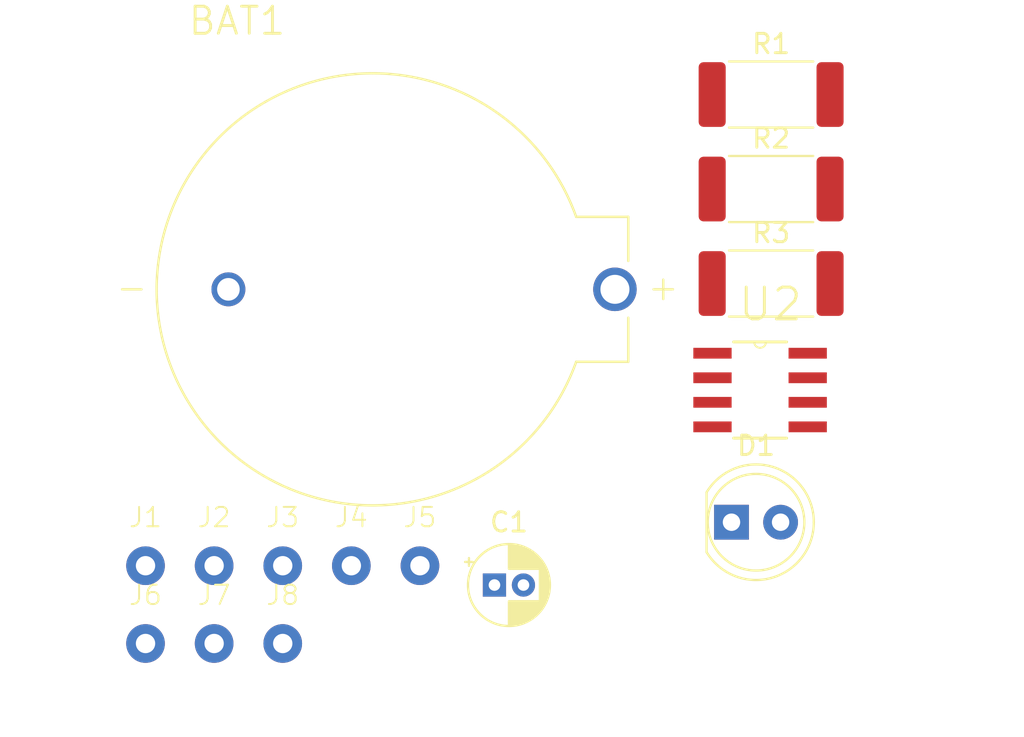
<source format=kicad_pcb>
(kicad_pcb (version 20240108) (generator "pcbnew") (generator_version "8.0")
  (layers (0 "F.Cu" signal) (31 "B.Cu" signal) (34 "B.Paste" user) (35 "F.Paste" user) (36 "B.SilkS" user "B.Silkscreen") (37 "F.SilkS" user "F.Silkscreen") (38 "B.Mask" user) (39 "F.Mask" user) (44 "Edge.Cuts" user))
  (net 0 "")
  (net 1 "VDD")
  (net 2 "GND")
  (net 3 "Net-(U2-DISCH)")
  (net 4 "Net-(D1-K)")
  (net 5 "Net-(D1-A)")
  (net 6 "Net-(U2-THRES)")
  (net 7 "Net-(J1-Pin_1)")
  (net 10 "Net-(J8-Pin_1)")
  (net 11 "Net-(J2-Pin_1)")
  (net 12 "Net-(J6-Pin_1)")
  (footprint "PiE_Footprints:MountingHole_1.0mm_M2_Pad" (layer "F.Cu") (at 144.64 124.275)
    (property "Reference" "J6" (at 0 -4 0) (layer "F.SilkS") (effects (font (thickness 0.1))))
    (property "Value" "Conn_01x01_Socket")
    (pad "1" thru_hole circle (at 0 -1.5) (size 2 2) (drill 1) (layers "*.Cu" "*.Mask") (net 12 "Net-(J6-Pin_1)"))
  )
  (footprint "Resistor_SMD:R_2512_6332Metric_Pad1.40x3.35mm_HandSolder" (layer "F.Cu") (at 177.01 104.15)
    (property "Reference" "R3" (at 0 -2.62 0) (layer "F.SilkS"))
    (property "Value" "47")
    (fp_line (start -2.177064 -1.71) (end 2.177064 -1.71) (stroke (width 0.12)) (layer "F.SilkS"))
    (fp_line (start -2.177064 1.71) (end 2.177064 1.71) (stroke (width 0.12)) (layer "F.SilkS"))
    (pad "1" smd roundrect (at -3.05 0) (size 1.4 3.35) (layers "F.Cu" "F.Paste" "F.Mask") (roundrect_rratio 0.178571) (net 1 "VDD"))
    (pad "2" smd roundrect (at 3.05 0) (size 1.4 3.35) (layers "F.Cu" "F.Paste" "F.Mask") (roundrect_rratio 0.178571) (net 7 "Net-(J1-Pin_1)"))
  )
  (footprint "PiE_Footprints:MountingHole_1.0mm_M2_Pad" (layer "F.Cu") (at 158.84 120.25)
    (property "Reference" "J5" (at 0 -4 0) (layer "F.SilkS") (effects (font (thickness 0.1))))
    (property "Value" "Conn_01x01_Socket")
    (pad "1" thru_hole circle (at 0 -1.5) (size 2 2) (drill 1) (layers "*.Cu" "*.Mask") (net 4 "Net-(D1-K)"))
  )
  (footprint "PiE_Footprints:MountingHole_1.0mm_M2_Pad" (layer "F.Cu") (at 148.19 124.275)
    (property "Reference" "J7" (at 0 -4 0) (layer "F.SilkS") (effects (font (thickness 0.1))))
    (property "Value" "Conn_01x01_Socket")
    (pad "1" thru_hole circle (at 0 -1.5) (size 2 2) (drill 1) (layers "*.Cu" "*.Mask") (net 12 "Net-(J6-Pin_1)"))
  )
  (footprint "LED_THT:LED_D5.0mm" (layer "F.Cu") (at 174.96 116.5)
    (property "Reference" "D1" (at 1.27 -3.96 0) (layer "F.SilkS"))
    (property "Value" "LED_GREEN")
    (fp_line (start -1.29 -1.545) (end -1.29 1.545) (stroke (width 0.12)) (layer "F.SilkS"))
    (fp_arc (start -1.29 -1.54483) (mid 2.072002 -2.880433) (end 4.26 0.000462) (stroke (width 0.12)) (layer "F.SilkS"))
    (fp_arc (start 4.26 -0.000462) (mid 2.072002 2.880433) (end -1.29 1.54483) (stroke (width 0.12)) (layer "F.SilkS"))
    (fp_circle (center 1.27 0) (end 3.77 0) (stroke (width 0.12)) (fill none) (layer "F.SilkS"))
    (pad "1" thru_hole rect (at 0 0) (size 1.8 1.8) (drill 0.9) (layers "*.Cu" "*.Mask") (net 4 "Net-(D1-K)"))
    (pad "2" thru_hole circle (at 2.54 0) (size 1.8 1.8) (drill 0.9) (layers "*.Cu" "*.Mask") (net 5 "Net-(D1-A)"))
  )
  (footprint "PiE_Footprints:MountingHole_1.0mm_M2_Pad" (layer "F.Cu") (at 155.29 120.25)
    (property "Reference" "J4" (at 0 -4 0) (layer "F.SilkS") (effects (font (thickness 0.1))))
    (property "Value" "Conn_01x01_Socket")
    (pad "1" thru_hole circle (at 0 -1.5) (size 2 2) (drill 1) (layers "*.Cu" "*.Mask") (net 5 "Net-(D1-A)"))
  )
  (footprint "PiE_Footprints:MountingHole_1.0mm_M2_Pad" (layer "F.Cu") (at 144.64 120.25)
    (property "Reference" "J1" (at 0 -4 0) (layer "F.SilkS") (effects (font (thickness 0.1))))
    (property "Value" "Conn_01x01_Socket")
    (pad "1" thru_hole circle (at 0 -1.5) (size 2 2) (drill 1) (layers "*.Cu" "*.Mask") (net 7 "Net-(J1-Pin_1)"))
  )
  (footprint "Resistor_SMD:R_2512_6332Metric_Pad1.40x3.35mm_HandSolder" (layer "F.Cu") (at 177.01 94.37)
    (property "Reference" "R1" (at 0 -2.62 0) (layer "F.SilkS"))
    (property "Value" "10k")
    (fp_line (start -2.177064 -1.71) (end 2.177064 -1.71) (stroke (width 0.12)) (layer "F.SilkS"))
    (fp_line (start -2.177064 1.71) (end 2.177064 1.71) (stroke (width 0.12)) (layer "F.SilkS"))
    (pad "1" smd roundrect (at -3.05 0) (size 1.4 3.35) (layers "F.Cu" "F.Paste" "F.Mask") (roundrect_rratio 0.178571) (net 1 "VDD"))
    (pad "2" smd roundrect (at 3.05 0) (size 1.4 3.35) (layers "F.Cu" "F.Paste" "F.Mask") (roundrect_rratio 0.178571) (net 3 "Net-(U2-DISCH)"))
  )
  (footprint "PiE_Footprints:BAT_BS-7" (layer "F.Cu") (at 158.9285 104.45)
    (property "Reference" "BAT1" (at -9.555 -13.889 0) (layer "F.SilkS") (effects (font (size 1.4 1.4))))
    (property "Value" "~")
    (fp_line (start -15.5 0) (end -14.5 0) (stroke (width 0.127)) (layer "F.SilkS"))
    (fp_line (start 10.69 -3.75) (end 7.995 -3.75) (stroke (width 0.127)) (layer "F.SilkS"))
    (fp_line (start 10.69 -3.75) (end 10.69 -1.47) (stroke (width 0.127)) (layer "F.SilkS"))
    (fp_line (start 10.69 3.75) (end 7.995 3.75) (stroke (width 0.127)) (layer "F.SilkS"))
    (fp_line (start 10.69 3.75) (end 10.69 1.47) (stroke (width 0.127)) (layer "F.SilkS"))
    (fp_line (start 12 0) (end 13 0) (stroke (width 0.127)) (layer "F.SilkS"))
    (fp_line (start 12.5 -0.5) (end 12.5 0.5) (stroke (width 0.127)) (layer "F.SilkS"))
    (fp_arc (start 7.995 3.75) (mid -13.712925 0) (end 7.995 -3.75) (stroke (width 0.127)) (layer "F.SilkS"))
    (pad "+" thru_hole circle (at 10 0) (size 2.25 2.25) (drill 1.5) (layers "*.Cu" "*.Mask") (net 1 "VDD"))
    (pad "-" thru_hole circle (at -10 0) (size 1.755 1.755) (drill 1.17) (layers "*.Cu" "*.Mask") (net 2 "GND"))
  )
  (footprint "PiE_Footprints:TLC555_SCHE" (layer "F.Cu") (at 176.4394 109.6604)
    (property "Reference" "U2" (at 0.53531 -4.43543 0) (layer "F.SilkS") (effects (font (size 1.645874 1.645874))))
    (property "Value" "~")
    (fp_line (start -1.3716 2.4892) (end 1.3716 2.4892) (stroke (width 0.1524)) (layer "F.SilkS"))
    (fp_line (start -0.3048 -2.4892) (end -1.3716 -2.4892) (stroke (width 0.1524)) (layer "F.SilkS"))
    (fp_line (start 0.3048 -2.4892) (end -0.3048 -2.4892) (stroke (width 0.1524)) (layer "F.SilkS"))
    (fp_line (start 1.3716 -2.4892) (end 0.3048 -2.4892) (stroke (width 0.1524)) (layer "F.SilkS"))
    (fp_arc (start 0.3048 -2.4892) (mid 0 -2.1844) (end -0.3048 -2.4892) (stroke (width 0.1)) (layer "F.SilkS"))
    (pad "1" smd rect (at -2.4638 -1.905) (size 1.9812 0.5588) (layers "F.Cu" "F.Paste" "F.Mask") (net 2 "GND"))
    (pad "2" smd rect (at -2.4638 -0.635) (size 1.9812 0.5588) (layers "F.Cu" "F.Paste" "F.Mask") (net 6 "Net-(U2-THRES)"))
    (pad "3" smd rect (at -2.4638 0.635) (size 1.9812 0.5588) (layers "F.Cu" "F.Paste" "F.Mask") (net 10 "Net-(J8-Pin_1)"))
    (pad "4" smd rect (at -2.4638 1.905) (size 1.9812 0.5588) (layers "F.Cu" "F.Paste" "F.Mask"))
    (pad "5" smd rect (at 2.4638 1.905) (size 1.9812 0.5588) (layers "F.Cu" "F.Paste" "F.Mask"))
    (pad "6" smd rect (at 2.4638 0.635) (size 1.9812 0.5588) (layers "F.Cu" "F.Paste" "F.Mask") (net 6 "Net-(U2-THRES)"))
    (pad "7" smd rect (at 2.4638 -0.635) (size 1.9812 0.5588) (layers "F.Cu" "F.Paste" "F.Mask") (net 3 "Net-(U2-DISCH)"))
    (pad "8" smd rect (at 2.4638 -1.905) (size 1.9812 0.5588) (layers "F.Cu" "F.Paste" "F.Mask") (net 1 "VDD"))
  )
  (footprint "PiE_Footprints:MountingHole_1.0mm_M2_Pad" (layer "F.Cu") (at 148.19 120.25)
    (property "Reference" "J2" (at 0 -4 0) (layer "F.SilkS") (effects (font (thickness 0.1))))
    (property "Value" "Conn_01x01_Socket")
    (pad "1" thru_hole circle (at 0 -1.5) (size 2 2) (drill 1) (layers "*.Cu" "*.Mask") (net 11 "Net-(J2-Pin_1)"))
  )
  (footprint "PiE_Footprints:MountingHole_1.0mm_M2_Pad" (layer "F.Cu") (at 151.74 124.275)
    (property "Reference" "J8" (at 0 -4 0) (layer "F.SilkS") (effects (font (thickness 0.1))))
    (property "Value" "Conn_01x01_Socket")
    (pad "1" thru_hole circle (at 0 -1.5) (size 2 2) (drill 1) (layers "*.Cu" "*.Mask") (net 10 "Net-(J8-Pin_1)"))
  )
  (footprint "PiE_Footprints:MountingHole_1.0mm_M2_Pad" (layer "F.Cu") (at 151.74 120.25)
    (property "Reference" "J3" (at 0 -4 0) (layer "F.SilkS") (effects (font (thickness 0.1))))
    (property "Value" "Conn_01x01_Socket")
    (pad "1" thru_hole circle (at 0 -1.5) (size 2 2) (drill 1) (layers "*.Cu" "*.Mask") (net 11 "Net-(J2-Pin_1)"))
  )
  (footprint "Capacitor_THT:CP_Radial_D4.0mm_P1.50mm" (layer "F.Cu") (at 162.694801 119.75)
    (property "Reference" "C1" (at 0.75 -3.25 0) (layer "F.SilkS"))
    (property "Value" "47 uF")
    (fp_line (start -1.519801 -1.195) (end -1.119801 -1.195) (stroke (width 0.12)) (layer "F.SilkS"))
    (fp_line (start -1.319801 -1.395) (end -1.319801 -0.995) (stroke (width 0.12)) (layer "F.SilkS"))
    (fp_line (start 0.75 -2.08) (end 0.75 -0.84) (stroke (width 0.12)) (layer "F.SilkS"))
    (fp_line (start 0.75 0.84) (end 0.75 2.08) (stroke (width 0.12)) (layer "F.SilkS"))
    (fp_line (start 0.79 -2.08) (end 0.79 -0.84) (stroke (width 0.12)) (layer "F.SilkS"))
    (fp_line (start 0.79 0.84) (end 0.79 2.08) (stroke (width 0.12)) (layer "F.SilkS"))
    (fp_line (start 0.83 -2.079) (end 0.83 -0.84) (stroke (width 0.12)) (layer "F.SilkS"))
    (fp_line (start 0.83 0.84) (end 0.83 2.079) (stroke (width 0.12)) (layer "F.SilkS"))
    (fp_line (start 0.87 -2.077) (end 0.87 -0.84) (stroke (width 0.12)) (layer "F.SilkS"))
    (fp_line (start 0.87 0.84) (end 0.87 2.077) (stroke (width 0.12)) (layer "F.SilkS"))
    (fp_line (start 0.91 -2.074) (end 0.91 -0.84) (stroke (width 0.12)) (layer "F.SilkS"))
    (fp_line (start 0.91 0.84) (end 0.91 2.074) (stroke (width 0.12)) (layer "F.SilkS"))
    (fp_line (start 0.95 -2.071) (end 0.95 -0.84) (stroke (width 0.12)) (layer "F.SilkS"))
    (fp_line (start 0.95 0.84) (end 0.95 2.071) (stroke (width 0.12)) (layer "F.SilkS"))
    (fp_line (start 0.99 -2.067) (end 0.99 -0.84) (stroke (width 0.12)) (layer "F.SilkS"))
    (fp_line (start 0.99 0.84) (end 0.99 2.067) (stroke (width 0.12)) (layer "F.SilkS"))
    (fp_line (start 1.03 -2.062) (end 1.03 -0.84) (stroke (width 0.12)) (layer "F.SilkS"))
    (fp_line (start 1.03 0.84) (end 1.03 2.062) (stroke (width 0.12)) (layer "F.SilkS"))
    (fp_line (start 1.07 -2.056) (end 1.07 -0.84) (stroke (width 0.12)) (layer "F.SilkS"))
    (fp_line (start 1.07 0.84) (end 1.07 2.056) (stroke (width 0.12)) (layer "F.SilkS"))
    (fp_line (start 1.11 -2.05) (end 1.11 -0.84) (stroke (width 0.12)) (layer "F.SilkS"))
    (fp_line (start 1.11 0.84) (end 1.11 2.05) (stroke (width 0.12)) (layer "F.SilkS"))
    (fp_line (start 1.15 -2.042) (end 1.15 -0.84) (stroke (width 0.12)) (layer "F.SilkS"))
    (fp_line (start 1.15 0.84) (end 1.15 2.042) (stroke (width 0.12)) (layer "F.SilkS"))
    (fp_line (start 1.19 -2.034) (end 1.19 -0.84) (stroke (width 0.12)) (layer "F.SilkS"))
    (fp_line (start 1.19 0.84) (end 1.19 2.034) (stroke (width 0.12)) (layer "F.SilkS"))
    (fp_line (start 1.23 -2.025) (end 1.23 -0.84) (stroke (width 0.12)) (layer "F.SilkS"))
    (fp_line (start 1.23 0.84) (end 1.23 2.025) (stroke (width 0.12)) (layer "F.SilkS"))
    (fp_line (start 1.27 -2.016) (end 1.27 -0.84) (stroke (width 0.12)) (layer "F.SilkS"))
    (fp_line (start 1.27 0.84) (end 1.27 2.016) (stroke (width 0.12)) (layer "F.SilkS"))
    (fp_line (start 1.31 -2.005) (end 1.31 -0.84) (stroke (width 0.12)) (layer "F.SilkS"))
    (fp_line (start 1.31 0.84) (end 1.31 2.005) (stroke (width 0.12)) (layer "F.SilkS"))
    (fp_line (start 1.35 -1.994) (end 1.35 -0.84) (stroke (width 0.12)) (layer "F.SilkS"))
    (fp_line (start 1.35 0.84) (end 1.35 1.994) (stroke (width 0.12)) (layer "F.SilkS"))
    (fp_line (start 1.39 -1.982) (end 1.39 -0.84) (stroke (width 0.12)) (layer "F.SilkS"))
    (fp_line (start 1.39 0.84) (end 1.39 1.982) (stroke (width 0.12)) (layer "F.SilkS"))
    (fp_line (start 1.43 -1.968) (end 1.43 -0.84) (stroke (width 0.12)) (layer "F.SilkS"))
    (fp_line (start 1.43 0.84) (end 1.43 1.968) (stroke (width 0.12)) (layer "F.SilkS"))
    (fp_line (start 1.471 -1.954) (end 1.471 -0.84) (stroke (width 0.12)) (layer "F.SilkS"))
    (fp_line (start 1.471 0.84) (end 1.471 1.954) (stroke (width 0.12)) (layer "F.SilkS"))
    (fp_line (start 1.511 -1.94) (end 1.511 -0.84) (stroke (width 0.12)) (layer "F.SilkS"))
    (fp_line (start 1.511 0.84) (end 1.511 1.94) (stroke (width 0.12)) (layer "F.SilkS"))
    (fp_line (start 1.551 -1.924) (end 1.551 -0.84) (stroke (width 0.12)) (layer "F.SilkS"))
    (fp_line (start 1.551 0.84) (end 1.551 1.924) (stroke (width 0.12)) (layer "F.SilkS"))
    (fp_line (start 1.591 -1.907) (end 1.591 -0.84) (stroke (width 0.12)) (layer "F.SilkS"))
    (fp_line (start 1.591 0.84) (end 1.591 1.907) (stroke (width 0.12)) (layer "F.SilkS"))
    (fp_line (start 1.631 -1.889) (end 1.631 -0.84) (stroke (width 0.12)) (layer "F.SilkS"))
    (fp_line (start 1.631 0.84) (end 1.631 1.889) (stroke (width 0.12)) (layer "F.SilkS"))
    (fp_line (start 1.671 -1.87) (end 1.671 -0.84) (stroke (width 0.12)) (layer "F.SilkS"))
    (fp_line (start 1.671 0.84) (end 1.671 1.87) (stroke (width 0.12)) (layer "F.SilkS"))
    (fp_line (start 1.711 -1.851) (end 1.711 -0.84) (stroke (width 0.12)) (layer "F.SilkS"))
    (fp_line (start 1.711 0.84) (end 1.711 1.851) (stroke (width 0.12)) (layer "F.SilkS"))
    (fp_line (start 1.751 -1.83) (end 1.751 -0.84) (stroke (width 0.12)) (layer "F.SilkS"))
    (fp_line (start 1.751 0.84) (end 1.751 1.83) (stroke (width 0.12)) (layer "F.SilkS"))
    (fp_line (start 1.791 -1.808) (end 1.791 -0.84) (stroke (width 0.12)) (layer "F.SilkS"))
    (fp_line (start 1.791 0.84) (end 1.791 1.808) (stroke (width 0.12)) (layer "F.SilkS"))
    (fp_line (start 1.831 -1.785) (end 1.831 -0.84) (stroke (width 0.12)) (layer "F.SilkS"))
    (fp_line (start 1.831 0.84) (end 1.831 1.785) (stroke (width 0.12)) (layer "F.SilkS"))
    (fp_line (start 1.871 -1.76) (end 1.871 -0.84) (stroke (width 0.12)) (layer "F.SilkS"))
    (fp_line (start 1.871 0.84) (end 1.871 1.76) (stroke (width 0.12)) (layer "F.SilkS"))
    (fp_line (start 1.911 -1.735) (end 1.911 -0.84) (stroke (width 0.12)) (layer "F.SilkS"))
    (fp_line (start 1.911 0.84) (end 1.911 1.735) (stroke (width 0.12)) (layer "F.SilkS"))
    (fp_line (start 1.951 -1.708) (end 1.951 -0.84) (stroke (width 0.12)) (layer "F.SilkS"))
    (fp_line (start 1.951 0.84) (end 1.951 1.708) (stroke (width 0.12)) (layer "F.SilkS"))
    (fp_line (start 1.991 -1.68) (end 1.991 -0.84) (stroke (width 0.12)) (layer "F.SilkS"))
    (fp_line (start 1.991 0.84) (end 1.991 1.68) (stroke (width 0.12)) (layer "F.SilkS"))
    (fp_line (start 2.031 -1.65) (end 2.031 -0.84) (stroke (width 0.12)) (layer "F.SilkS"))
    (fp_line (start 2.031 0.84) (end 2.031 1.65) (stroke (width 0.12)) (layer "F.SilkS"))
    (fp_line (start 2.071 -1.619) (end 2.071 -0.84) (stroke (width 0.12)) (layer "F.SilkS"))
    (fp_line (start 2.071 0.84) (end 2.071 1.619) (stroke (width 0.12)) (layer "F.SilkS"))
    (fp_line (start 2.111 -1.587) (end 2.111 -0.84) (stroke (width 0.12)) (layer "F.SilkS"))
    (fp_line (start 2.111 0.84) (end 2.111 1.587) (stroke (width 0.12)) (layer "F.SilkS"))
    (fp_line (start 2.151 -1.552) (end 2.151 -0.84) (stroke (width 0.12)) (layer "F.SilkS"))
    (fp_line (start 2.151 0.84) (end 2.151 1.552) (stroke (width 0.12)) (layer "F.SilkS"))
    (fp_line (start 2.191 -1.516) (end 2.191 -0.84) (stroke (width 0.12)) (layer "F.SilkS"))
    (fp_line (start 2.191 0.84) (end 2.191 1.516) (stroke (width 0.12)) (layer "F.SilkS"))
    (fp_line (start 2.231 -1.478) (end 2.231 -0.84) (stroke (width 0.12)) (layer "F.SilkS"))
    (fp_line (start 2.231 0.84) (end 2.231 1.478) (stroke (width 0.12)) (layer "F.SilkS"))
    (fp_line (start 2.271 -1.438) (end 2.271 -0.84) (stroke (width 0.12)) (layer "F.SilkS"))
    (fp_line (start 2.271 0.84) (end 2.271 1.438) (stroke (width 0.12)) (layer "F.SilkS"))
    (fp_line (start 2.311 -1.396) (end 2.311 -0.84) (stroke (width 0.12)) (layer "F.SilkS"))
    (fp_line (start 2.311 0.84) (end 2.311 1.396) (stroke (width 0.12)) (layer "F.SilkS"))
    (fp_line (start 2.351 -1.351) (end 2.351 1.351) (stroke (width 0.12)) (layer "F.SilkS"))
    (fp_line (start 2.391 -1.304) (end 2.391 1.304) (stroke (width 0.12)) (layer "F.SilkS"))
    (fp_line (start 2.431 -1.254) (end 2.431 1.254) (stroke (width 0.12)) (layer "F.SilkS"))
    (fp_line (start 2.471 -1.2) (end 2.471 1.2) (stroke (width 0.12)) (layer "F.SilkS"))
    (fp_line (start 2.511 -1.142) (end 2.511 1.142) (stroke (width 0.12)) (layer "F.SilkS"))
    (fp_line (start 2.551 -1.08) (end 2.551 1.08) (stroke (width 0.12)) (layer "F.SilkS"))
    (fp_line (start 2.591 -1.013) (end 2.591 1.013) (stroke (width 0.12)) (layer "F.SilkS"))
    (fp_line (start 2.631 -0.94) (end 2.631 0.94) (stroke (width 0.12)) (layer "F.SilkS"))
    (fp_line (start 2.671 -0.859) (end 2.671 0.859) (stroke (width 0.12)) (layer "F.SilkS"))
    (fp_line (start 2.711 -0.768) (end 2.711 0.768) (stroke (width 0.12)) (layer "F.SilkS"))
    (fp_line (start 2.751 -0.664) (end 2.751 0.664) (stroke (width 0.12)) (layer "F.SilkS"))
    (fp_line (start 2.791 -0.537) (end 2.791 0.537) (stroke (width 0.12)) (layer "F.SilkS"))
    (fp_line (start 2.831 -0.37) (end 2.831 0.37) (stroke (width 0.12)) (layer "F.SilkS"))
    (fp_circle (center 0.75 0) (end 2.87 0) (stroke (width 0.12)) (fill none) (layer "F.SilkS"))
    (pad "1" thru_hole rect (at 0 0) (size 1.2 1.2) (drill 0.6) (layers "*.Cu" "*.Mask") (net 3 "Net-(U2-DISCH)"))
    (pad "2" thru_hole circle (at 1.5 0) (size 1.2 1.2) (drill 0.6) (layers "*.Cu" "*.Mask") (net 2 "GND"))
  )
  (footprint "Resistor_SMD:R_2512_6332Metric_Pad1.40x3.35mm_HandSolder" (layer "F.Cu") (at 177.01 99.26)
    (property "Reference" "R2" (at 0 -2.62 0) (layer "F.SilkS"))
    (property "Value" "10k")
    (fp_line (start -2.177064 -1.71) (end 2.177064 -1.71) (stroke (width 0.12)) (layer "F.SilkS"))
    (fp_line (start -2.177064 1.71) (end 2.177064 1.71) (stroke (width 0.12)) (layer "F.SilkS"))
    (pad "1" smd roundrect (at -3.05 0) (size 1.4 3.35) (layers "F.Cu" "F.Paste" "F.Mask") (roundrect_rratio 0.178571) (net 3 "Net-(U2-DISCH)"))
    (pad "2" smd roundrect (at 3.05 0) (size 1.4 3.35) (layers "F.Cu" "F.Paste" "F.Mask") (roundrect_rratio 0.178571) (net 6 "Net-(U2-THRES)"))
  )
)
</source>
